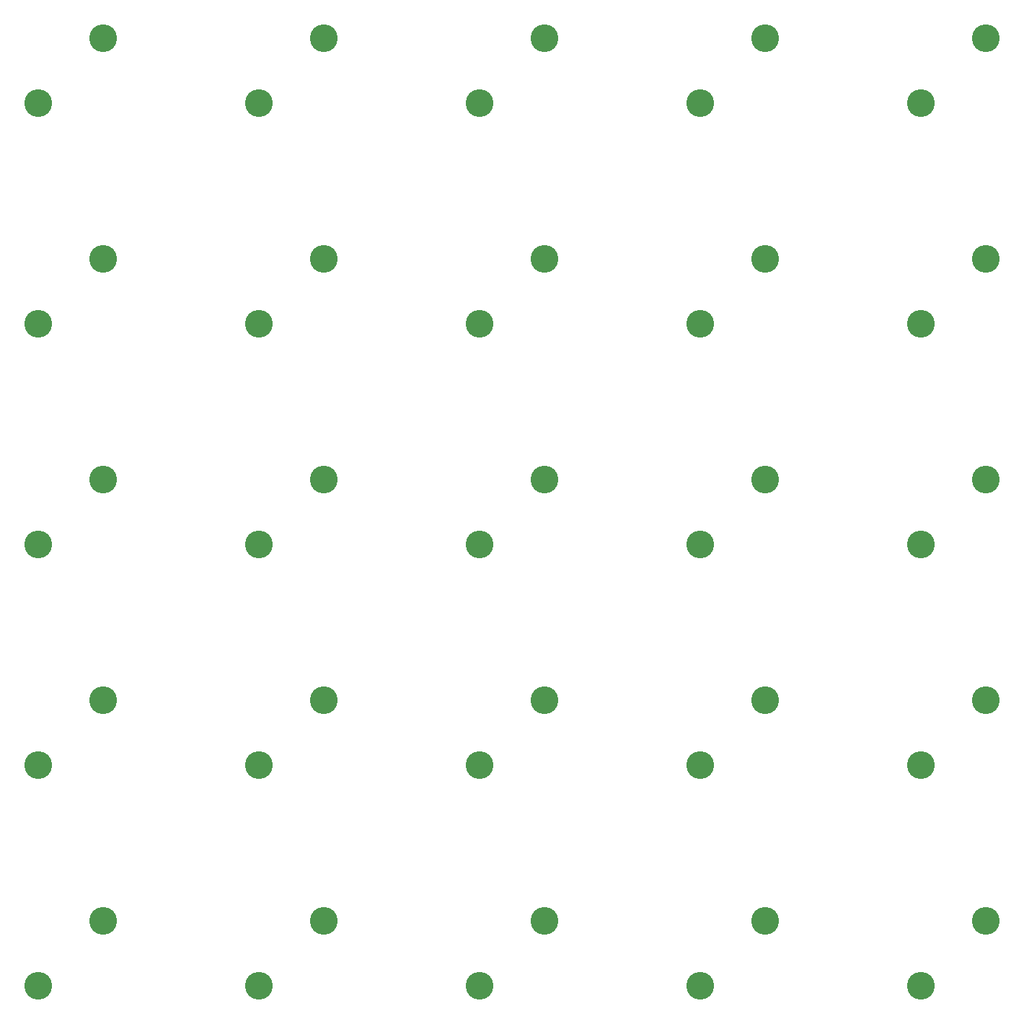
<source format=gbs>
G04 EAGLE Gerber RS-274X export*
G75*
%MOMM*%
%FSLAX34Y34*%
%LPD*%
%INSoldermask Bottom*%
%IPPOS*%
%AMOC8*
5,1,8,0,0,1.08239X$1,22.5*%
G01*
%ADD10C,3.251200*%


D10*
X165100Y165100D03*
X88900Y88900D03*
X424180Y165100D03*
X347980Y88900D03*
X683260Y165100D03*
X607060Y88900D03*
X942340Y165100D03*
X866140Y88900D03*
X1201420Y165100D03*
X1125220Y88900D03*
X165100Y424180D03*
X88900Y347980D03*
X424180Y424180D03*
X347980Y347980D03*
X683260Y424180D03*
X607060Y347980D03*
X942340Y424180D03*
X866140Y347980D03*
X1201420Y424180D03*
X1125220Y347980D03*
X165100Y683260D03*
X88900Y607060D03*
X424180Y683260D03*
X347980Y607060D03*
X683260Y683260D03*
X607060Y607060D03*
X942340Y683260D03*
X866140Y607060D03*
X1201420Y683260D03*
X1125220Y607060D03*
X165100Y942340D03*
X88900Y866140D03*
X424180Y942340D03*
X347980Y866140D03*
X683260Y942340D03*
X607060Y866140D03*
X942340Y942340D03*
X866140Y866140D03*
X1201420Y942340D03*
X1125220Y866140D03*
X165100Y1201420D03*
X88900Y1125220D03*
X424180Y1201420D03*
X347980Y1125220D03*
X683260Y1201420D03*
X607060Y1125220D03*
X942340Y1201420D03*
X866140Y1125220D03*
X1201420Y1201420D03*
X1125220Y1125220D03*
M02*

</source>
